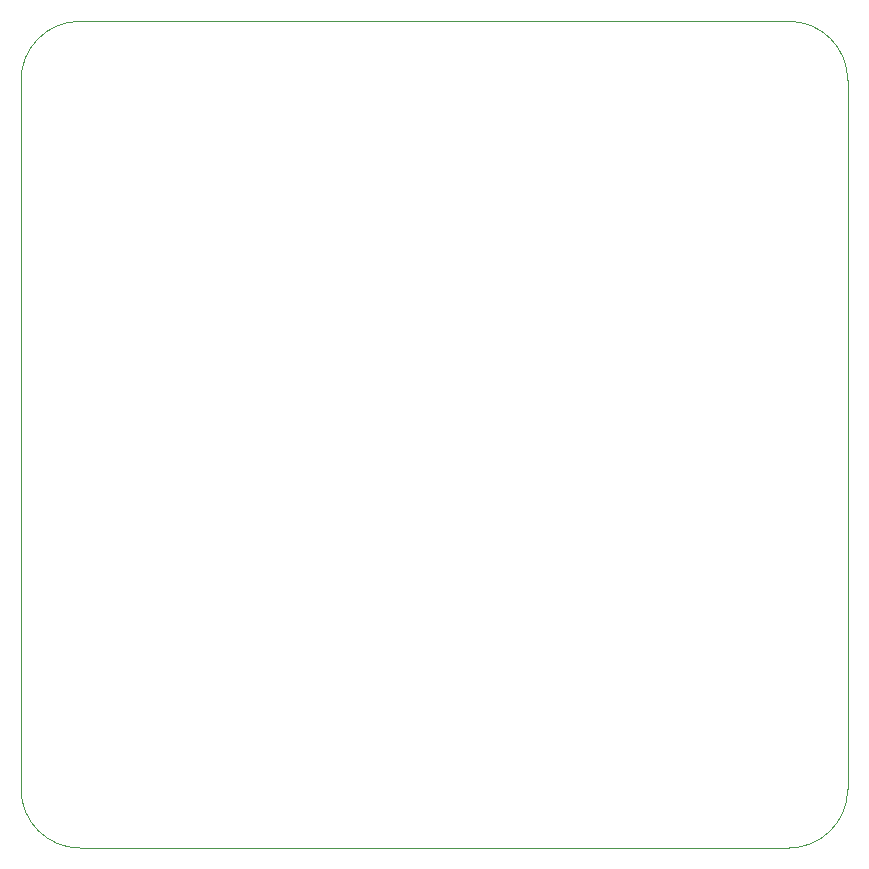
<source format=gm1>
G04 #@! TF.GenerationSoftware,KiCad,Pcbnew,9.0.1*
G04 #@! TF.CreationDate,2025-05-09T16:55:27+02:00*
G04 #@! TF.ProjectId,SIGURD,53494755-5244-42e6-9b69-6361645f7063,rev?*
G04 #@! TF.SameCoordinates,Original*
G04 #@! TF.FileFunction,Profile,NP*
%FSLAX46Y46*%
G04 Gerber Fmt 4.6, Leading zero omitted, Abs format (unit mm)*
G04 Created by KiCad (PCBNEW 9.0.1) date 2025-05-09 16:55:27*
%MOMM*%
%LPD*%
G01*
G04 APERTURE LIST*
G04 #@! TA.AperFunction,Profile*
%ADD10C,0.050000*%
G04 #@! TD*
G04 APERTURE END LIST*
D10*
X135000000Y-70000000D02*
G75*
G02*
X140000000Y-75000000I0J-5000000D01*
G01*
X70000000Y-75000000D02*
G75*
G02*
X75000000Y-70000000I5000000J0D01*
G01*
X140000000Y-80000000D02*
X140000000Y-75000000D01*
X140000000Y-135000000D02*
G75*
G02*
X135000000Y-140000000I-5000000J0D01*
G01*
X135000000Y-70000000D02*
X75000000Y-70000000D01*
X75000000Y-140000000D02*
X135000000Y-140000000D01*
X75000000Y-140000000D02*
G75*
G02*
X70000000Y-135000000I0J5000000D01*
G01*
X70000000Y-75000000D02*
X70000000Y-135000000D01*
X140000000Y-135000000D02*
X140000000Y-80000000D01*
M02*

</source>
